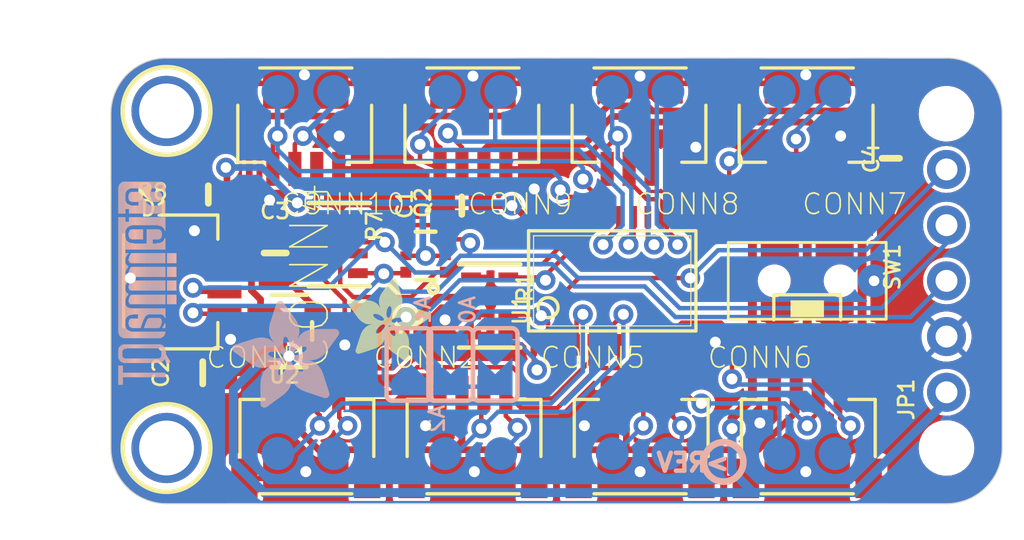
<source format=kicad_pcb>
(kicad_pcb (version 20211014) (generator pcbnew)
  (layers (0 "F.Cu" signal) (31 "B.Cu" signal) (34 "B.Paste" user) (35 "F.Paste" user) (36 "B.SilkS" user "B.Silkscreen") (37 "F.SilkS" user "F.Silkscreen") (38 "B.Mask" user) (39 "F.Mask" user) (44 "Edge.Cuts" user))
  (net 0 "")
  (net 1 "SDA_IO")
  (net 2 "SCL_IO")
  (net 3 "VCC")
  (net 4 "RESET")
  (net 5 "A2")
  (net 6 "A1")
  (net 7 "A0")
  (net 8 "GND")
  (net 9 "0SDA")
  (net 10 "0SCL")
  (net 11 "1SDA")
  (net 12 "1SCL")
  (net 13 "2SDA")
  (net 14 "2SCL")
  (net 15 "3SDA")
  (net 16 "3SCL")
  (net 17 "4SDA")
  (net 18 "4SCL")
  (net 19 "5SDA")
  (net 20 "5SCL")
  (net 21 "6SDA")
  (net 22 "6SCL")
  (net 23 "7SDA")
  (net 24 "7SCL")
  (net 25 "SDA")
  (net 26 "SCL")
  (net 27 "3.3V")
  (net 28 "N$1")
  (net 29 "VCCIO")
  (footprint "eagleBoard:PLABEL17" (layer "F.Cu") (at 161.2011 107.9246 90)
    (fp_text reference "PLABEL17" hide)
    (fp_text value "" hide)
  )
  (footprint "eagleBoard:FIDUCIAL_1MM" (layer "F.Cu") (at 129.4511 109.5756)
    (fp_text reference "FID2" hide)
    (fp_text value "FIDUCIAL_1MM" hide)
  )
  (footprint "eagleBoard:JST_SH4" (layer "F.Cu") (at 152.3111 112.1156)
    (fp_text reference "CONN5")
    (fp_text value "STEMMA_I2C_QT" hide)
  )
  (footprint "eagleBoard:TSSOP24" (layer "F.Cu") (at 151.0411 105.0036)
    (fp_text reference "U1")
    (fp_text value "xCA9548APWR")
  )
  (footprint "eagleBoard:JST_SH4" (layer "F.Cu") (at 144.6911 112.1156)
    (fp_text reference "CONN2")
    (fp_text value "STEMMA_I2C_QT" hide)
  )
  (footprint "eagleBoard:JST_SH4" (layer "F.Cu") (at 137.0711 112.1156)
    (fp_text reference "CONN1")
    (fp_text value "STEMMA_I2C_QT" hide)
  )
  (footprint "eagleBoard:RESPACK_4X0603" (layer "F.Cu") (at 145.4531 106.1466 -90)
    (fp_text reference "R1")
    (fp_text value "10K Pack")
  )
  (footprint "eagleBoard:PLABEL18" (layer "F.Cu") (at 155.4861 105.0036 90)
    (fp_text reference "PLABEL18" hide)
    (fp_text value "" hide)
  )
  (footprint "eagleBoard:PLABEL3" (layer "F.Cu") (at 167.9321 102.4636 90)
    (fp_text reference "PLABEL3" hide)
    (fp_text value "" hide)
  )
  (footprint "eagleBoard:PLABEL1" (layer "F.Cu") (at 168.0591 107.5436 90)
    (fp_text reference "PLABEL1" hide)
    (fp_text value "" hide)
  )
  (footprint "eagleBoard:PLABEL4" (layer "F.Cu") (at 167.9321 99.4156 90)
    (fp_text reference "PLABEL4" hide)
    (fp_text value "" hide)
  )
  (footprint "eagleBoard:0603-NO" (layer "F.Cu") (at 163.7411 99.4156 90)
    (fp_text reference "C4")
    (fp_text value "0.1uF")
  )
  (footprint "eagleBoard:CHIPLED_0603_NOOUTLINE" (layer "F.Cu") (at 129.7051 100.9396 90)
    (fp_text reference "D1")
    (fp_text value "GREEN")
  )
  (footprint "eagleBoard:FIDUCIAL_1MM" (layer "F.Cu") (at 164.3761 114.0206)
    (fp_text reference "FID4" hide)
    (fp_text value "FIDUCIAL_1MM" hide)
  )
  (footprint "eagleBoard:JST_SH4" (layer "F.Cu") (at 144.6911 97.8916 180)
    (fp_text reference "CONN9")
    (fp_text value "STEMMA_I2C_QT" hide)
  )
  (footprint "eagleBoard:0805-NO" (layer "F.Cu") (at 132.3721 109.1946 180)
    (fp_text reference "C2")
    (fp_text value "10uF")
  )
  (footprint "eagleBoard:MOUNTINGHOLE_2.5_PLATED" (layer "F.Cu") (at 130.7211 112.6236)
    (fp_text reference "U$22" hide)
    (fp_text value "MOUNTINGHOLE2.5" hide)
  )
  (footprint "eagleBoard:ADAFRUIT_3.5MM" (layer "F.Cu") (at 138.9761 108.6866)
    (fp_text reference "U$28" hide)
    (fp_text value "" hide)
  )
  (footprint "eagleBoard:SOT363" (layer "F.Cu") (at 142.5321 103.8606 90)
    (fp_text reference "Q2")
    (fp_text value "BSS138")
  )
  (footprint "eagleBoard:PLABEL10" (layer "F.Cu") (at 154.9781 100.4316)
    (fp_text reference "PLABEL10" hide)
    (fp_text value "" hide)
  )
  (footprint "eagleBoard:PLABEL2" (layer "F.Cu") (at 167.9321 105.2576 90)
    (fp_text reference "PLABEL2" hide)
    (fp_text value "" hide)
  )
  (footprint "eagleBoard:JST_SH4" (layer "F.Cu") (at 159.9311 97.8916 180)
    (fp_text reference "CONN7")
    (fp_text value "STEMMA_I2C_QT" hide)
  )
  (footprint "eagleBoard:RESPACK_4X0603" (layer "F.Cu") (at 138.5951 103.3526 -90)
    (fp_text reference "R7")
    (fp_text value "10K Pack")
  )
  (footprint "eagleBoard:PLABEL7" (layer "F.Cu") (at 161.2011 102.0826 90)
    (fp_text reference "PLABEL7" hide)
    (fp_text value "" hide)
  )
  (footprint "eagleBoard:0603-NO" (layer "F.Cu") (at 144.1831 101.5746 180)
    (fp_text reference "C1")
    (fp_text value "1uF")
  )
  (footprint "eagleBoard:PLABEL19" (layer "F.Cu") (at 164.3761 105.0036 90)
    (fp_text reference "PLABEL19" hide)
    (fp_text value "" hide)
  )
  (footprint "eagleBoard:PLABEL11" (layer "F.Cu") (at 157.2641 100.4316)
    (fp_text reference "PLABEL11" hide)
    (fp_text value "" hide)
  )
  (footprint "eagleBoard:MOUNTINGHOLE_2.5_PLATED" (layer "F.Cu") (at 130.7211 97.2566)
    (fp_text reference "U$19" hide)
    (fp_text value "MOUNTINGHOLE2.5" hide)
  )
  (footprint "eagleBoard:JST_SH4" (layer "F.Cu") (at 159.9311 112.1156)
    (fp_text reference "CONN6")
    (fp_text value "STEMMA_I2C_QT" hide)
  )
  (footprint "eagleBoard:PLABEL16" (layer "F.Cu") (at 158.6611 107.8611 90)
    (fp_text reference "PLABEL16" hide)
    (fp_text value "" hide)
  )
  (footprint "" (layer "F.Cu") (at 166.2811 112.6236)
    (fp_text reference "@HOLE1" hide)
    (fp_text value "")
  )
  (footprint "eagleBoard:1X05_ROUND_70" (layer "F.Cu") (at 166.2811 105.0036 90)
    (fp_text reference "JP1")
    (fp_text value "")
  )
  (footprint "eagleBoard:0805-NO" (layer "F.Cu") (at 135.6741 103.7336 90)
    (fp_text reference "C3")
    (fp_text value "10uF")
  )
  (footprint "eagleBoard:PLABEL14" (layer "F.Cu") (at 155.1051 109.5756)
    (fp_text reference "PLABEL14" hide)
    (fp_text value "" hide)
  )
  (footprint "eagleBoard:PLABEL5" (layer "F.Cu") (at 128.3716 100.1776)
    (fp_text reference "PLABEL5" hide)
    (fp_text value "" hide)
  )
  (footprint "eagleBoard:SOT23-5" (layer "F.Cu") (at 136.3091 107.2896 -90)
    (fp_text reference "U2")
    (fp_text value "AP2112K-3.3")
  )
  (footprint "eagleBoard:PLABEL9" (layer "F.Cu") (at 142.2781 100.4316)
    (fp_text reference "PLABEL9" hide)
    (fp_text value "" hide)
  )
  (footprint "eagleBoard:EG1390" (layer "F.Cu") (at 159.9311 105.0036 180)
    (fp_text reference "SW1")
    (fp_text value "AYZ0202AGRLC")
  )
  (footprint "eagleBoard:PLABEL6" (layer "F.Cu") (at 158.6611 102.0826 90)
    (fp_text reference "PLABEL6" hide)
    (fp_text value "" hide)
  )
  (footprint "eagleBoard:PLABEL0" (layer "F.Cu") (at 167.9321 110.0836 90)
    (fp_text reference "PLABEL0" hide)
    (fp_text value "" hide)
  )
  (footprint "" (layer "F.Cu") (at 166.2811 97.3836)
    (fp_text reference "@HOLE0" hide)
    (fp_text value "")
  )
  (footprint "eagleBoard:JST_SH4" (layer "F.Cu") (at 152.3111 97.8916 180)
    (fp_text reference "CONN8")
    (fp_text value "STEMMA_I2C_QT" hide)
  )
  (footprint "eagleBoard:JST_SH4" (layer "F.Cu") (at 131.3561 105.0036 -90)
    (fp_text reference "CONN4")
    (fp_text value "STEMMA_I2C_QT" hide)
  )
  (footprint "eagleBoard:0603-NO" (layer "F.Cu") (at 132.6261 101.0666 180)
    (fp_text reference "R8")
    (fp_text value "10K")
  )
  (footprint "eagleBoard:PLABEL8" (layer "F.Cu") (at 139.7381 100.4316)
    (fp_text reference "PLABEL8" hide)
    (fp_text value "" hide)
  )
  (footprint "eagleBoard:PLABEL13" (layer "F.Cu") (at 142.4051 109.4486)
    (fp_text reference "PLABEL13" hide)
    (fp_text value "" hide)
  )
  (footprint "eagleBoard:PLABEL15" (layer "F.Cu") (at 157.5181 109.5756)
    (fp_text reference "PLABEL15" hide)
    (fp_text value "" hide)
  )
  (footprint "eagleBoard:JST_SH4" (layer "F.Cu") (at 137.0711 97.8916 180)
    (fp_text reference "CONN10")
    (fp_text value "STEMMA_I2C_QT" hide)
  )
  (footprint "eagleBoard:PLABEL12" (layer "F.Cu") (at 139.7381 109.4486)
    (fp_text reference "PLABEL12" hide)
    (fp_text value "" hide)
  )
  (footprint "eagleBoard:TESTPOINT_ROUND_1.5MM_NO" (layer "B.Cu") (at 161.2011 96.3676 180)
    (fp_text reference "TP7" hide)
    (fp_text value "" hide)
  )
  (footprint "eagleBoard:TESTPOINT_ROUND_1.5MM_NO" (layer "B.Cu") (at 145.9611 96.3676 180)
    (fp_text reference "TP4" hide)
    (fp_text value "" hide)
  )
  (footprint "eagleBoard:TESTPOINT_ROUND_1.5MM_NO" (layer "B.Cu") (at 151.0411 96.3676 180)
    (fp_text reference "TP5" hide)
    (fp_text value "" hide)
  )
  (footprint "eagleBoard:TESTPOINT_ROUND_1.5MM_NO" (layer "B.Cu") (at 151.0411 112.8776 90)
    (fp_text reference "TP12" hide)
    (fp_text value "" hide)
  )
  (footprint "eagleBoard:SOLDERJUMPER_ARROW_NOPASTE" (layer "B.Cu") (at 141.7701 108.8136 90)
    (fp_text reference "A2")
    (fp_text value "")
  )
  (footprint "eagleBoard:TESTPOINT_ROUND_1.5MM_NO" (layer "B.Cu") (at 138.3411 112.8776 90)
    (fp_text reference "TP15" hide)
    (fp_text value "" hide)
  )
  (footprint "eagleBoard:SOLDERJUMPER_ARROW_NOPASTE" (layer "B.Cu") (at 143.6751 108.8136 -90)
    (fp_text reference "A1")
    (fp_text value "")
  )
  (footprint "eagleBoard:PLABEL24" (layer "B.Cu") (at 148.4376 100.8126 180)
    (fp_text reference "PLABEL24" hide)
    (fp_text value "" hide)
  )
  (footprint "eagleBoard:TESTPOINT_ROUND_1.5MM_NO" (layer "B.Cu") (at 153.5811 112.8776 90)
    (fp_text reference "TP11" hide)
    (fp_text value "" hide)
  )
  (footprint "eagleBoard:TESTPOINT_ROUND_1.5MM_NO" (layer "B.Cu") (at 138.3411 96.3676 180)
    (fp_text reference "TP2" hide)
    (fp_text value "" hide)
  )
  (footprint "eagleBoard:TESTPOINT_ROUND_1.5MM_NO" (layer "B.Cu") (at 143.4211 112.8776 90)
    (fp_text reference "TP14" hide)
    (fp_text value "" hide)
  )
  (footprint "eagleBoard:TESTPOINT_ROUND_1.5MM_NO" (layer "B.Cu") (at 135.8011 96.3676 180)
    (fp_text reference "TP1" hide)
    (fp_text value "" hide)
  )
  (footprint "eagleBoard:PLABEL21" (layer "B.Cu") (at 144.5006 106.9721 180)
    (fp_text reference "PLABEL21" hide)
    (fp_text value "" hide)
  )
  (footprint "eagleBoard:TESTPOINT_ROUND_1.5MM_NO" (layer "B.Cu") (at 162.9791 105.0036 180)
    (fp_text reference "TP17" hide)
    (fp_text value "" hide)
  )
  (footprint "eagleBoard:ADAFRUIT_5MM" (layer "B.Cu") (at 138.5951 110.7821 180)
    (fp_text reference "U$5" hide)
    (fp_text value "" hide)
  )
  (footprint "eagleBoard:PLABEL20" (layer "B.Cu") (at 146.6596 106.9721 180)
    (fp_text reference "PLABEL20" hide)
    (fp_text value "" hide)
  )
  (footprint "eagleBoard:TESTPOINT_ROUND_1.5MM_NO" (layer "B.Cu") (at 145.9611 112.8776 90)
    (fp_text reference "TP13" hide)
    (fp_text value "" hide)
  )
  (footprint "eagleBoard:TESTPOINT_ROUND_1.5MM_NO" (layer "B.Cu") (at 158.6611 112.8776 90)
    (fp_text reference "TP10" hide)
    (fp_text value "" hide)
  )
  (footprint "eagleBoard:TESTPOINT_ROUND_1.5MM_NO" (layer "B.Cu") (at 135.8011 112.8776 90)
    (fp_text reference "TP16" hide)
    (fp_text value "" hide)
  )
  (footprint "eagleBoard:PLABEL22" (layer "B.Cu") (at 142.6591 106.9721 180)
    (fp_text reference "PLABEL22" hide)
    (fp_text value "" hide)
  )
  (footprint "eagleBoard:PCBFEAT-REV-040" (layer "B.Cu") (at 156.1211 113.2586 180)
    (fp_text reference "U$29" hide)
    (fp_text value "" hide)
  )
  (footprint "eagleBoard:TESTPOINT_ROUND_1.5MM_NO" (layer "B.Cu") (at 161.2011 112.8776 90)
    (fp_text reference "TP9" hide)
    (fp_text value "" hide)
  )
  (footprint "eagleBoard:TESTPOINT_ROUND_1.5MM_NO" (layer "B.Cu") (at 153.5811 96.3676 180)
    (fp_text reference "TP6" hide)
    (fp_text value "" hide)
  )
  (footprint "eagleBoard:STEMMAQT" (layer "B.Cu") (at 131.1656 100.4951 -90)
    (fp_text reference "U$31" hide)
    (fp_text value "" hide)
  )
  (footprint "eagleBoard:TESTPOINT_ROUND_1.5MM_NO" (layer "B.Cu") (at 143.4211 96.3676 180)
    (fp_text reference "TP3" hide)
    (fp_text value "" hide)
  )
  (footprint "eagleBoard:TESTPOINT_ROUND_1.5MM_NO" (layer "B.Cu") (at 158.6611 96.3676 180)
    (fp_text reference "TP8" hide)
    (fp_text value "" hide)
  )
  (footprint "eagleBoard:PLABEL23" (layer "B.Cu") (at 156.1211 109.0676 180)
    (fp_text reference "PLABEL23" hide)
    (fp_text value "" hide)
  )
  (footprint "eagleBoard:SOLDERJUMPER_ARROW_NOPASTE" (layer "B.Cu") (at 145.7071 108.8136 -90)
    (fp_text reference "A0")
    (fp_text value "")
  )
  (gr_arc (start 130.7211 115.1636) (mid 128.925049 114.419651) (end 128.1811 112.6236) (layer "Edge.Cuts") (width 0.05))
  (gr_line (start 130.7211 115.1636) (end 166.2811 115.1636) (layer "Edge.Cuts") (width 0.05))
  (gr_line (start 168.8211 112.6236) (end 168.8211 97.3836) (layer "Edge.Cuts") (width 0.05))
  (gr_line (start 166.2811 94.8436) (end 130.7211 94.8436) (layer "Edge.Cuts") (width 0.05))
  (gr_line (start 128.1811 97.3836) (end 128.1811 112.6236) (layer "Edge.Cuts") (width 0.05))
  (gr_arc (start 166.2811 94.8436) (mid 168.077151 95.587549) (end 168.8211 97.3836) (layer "Edge.Cuts") (width 0.05))
  (gr_arc (start 128.1811 97.3836) (mid 128.925049 95.587549) (end 130.7211 94.8436) (layer "Edge.Cuts") (width 0.05))
  (gr_arc (start 168.8211 112.6236) (mid 168.077151 114.419651) (end 166.2811 115.1636) (layer "Edge.Cuts") (width 0.05))
  (segment (start 141.5166 102.4641) (end 141.5171 102.4636) (width 0.2032) (layer "F.Cu") (net 1))
  (segment (start 141.5171 102.4636) (end 146.618706 102.4636) (width 0.2032) (layer "F.Cu") (net 1))
  (segment (start 141.6321 103.1106) (end 141.8976 102.8451) (width 0.2032) (layer "F.Cu") (net 1))
  (segment (start 141.1051 102.0526) (end 141.5166 102.4641) (width 0.2032) (layer "F.Cu") (net 1))
  (segment (start 148.1161 102.948994) (end 148.1161 102.0858) (width 0.2032) (layer "F.Cu") (net 1))
  (segment (start 146.618706 102.4636) (end 147.1041 102.948994) (width 0.2032) (layer "F.Cu") (net 1))
  (segment (start 141.5166 102.4641) (end 141.8976 102.8451) (width 0.2032) (layer "F.Cu") (net 1))
  (segment (start 139.4451 102.0526) (end 141.1051 102.0526) (width 0.2032) (layer "F.Cu") (net 1))
  (segment (start 147.1041 102.948994) (end 148.1161 102.948994) (width 0.2032) (layer "F.Cu") (net 1))
  (segment (start 144.003993 104.2416) (end 147.8661 104.2416) (width 0.2032) (layer "F.Cu") (net 2))
  (segment (start 138.6395 104.026307) (end 138.6395 105.151894) (width 0.2032) (layer "F.Cu") (net 2))
  (segment (start 143.4321 104.6106) (end 143.634993 104.6106) (width 0.2032) (layer "F.Cu") (net 2))
  (segment (start 144.003993 104.2416) (end 143.634993 104.6106) (width 0.2032) (layer "F.Cu") (net 2))
  (segment (start 143.015993 104.6106) (end 141.885393 105.7412) (width 0.2032) (layer "F.Cu") (net 2))
  (segment (start 139.228806 105.7412) (end 141.885393 105.7412) (width 0.2032) (layer "F.Cu") (net 2))
  (segment (start 138.6395 105.151894) (end 139.228806 105.7412) (width 0.2032) (layer "F.Cu") (net 2))
  (segment (start 147.8661 104.2416) (end 148.7661 103.3416) (width 0.2032) (layer "F.Cu") (net 2))
  (segment (start 138.913206 103.7526) (end 138.6395 104.026307) (width 0.2032) (layer "F.Cu") (net 2))
  (segment (start 148.7661 103.3416) (end 148.7661 102.0858) (width 0.2032) (layer "F.Cu") (net 2))
  (segment (start 143.4321 104.6106) (end 143.015993 104.6106) (width 0.2032) (layer "F.Cu") (net 2))
  (segment (start 139.4451 103.7526) (end 138.913206 103.7526) (width 0.2032) (layer "F.Cu") (net 2))
  (segment (start 136.0551 107.9246) (end 136.0551 106.9086) (width 0.3048) (layer "F.Cu") (net 3))
  (segment (start 135.9281 108.0516) (end 136.0551 107.9246) (width 0.3048) (layer "F.Cu") (net 3))
  (segment (start 135.7401 108.2396) (end 135.9281 108.0516) (width 0.3048) (layer "F.Cu") (net 3))
  (segment (start 156.5021 111.2726) (end 156.5021 111.7346) (width 0.4064) (layer "F.Cu") (net 3))
  (segment (start 136.0551 106.6546) (end 135.7401 106.3396) (width 0.3048) (layer "F.Cu") (net 3))
  (segment (start 137.7451 104.796313) (end 138.845243 105.896457) (width 0.2032) (layer "F.Cu") (net 3))
  (segment (start 138.845243 106.531457) (end 138.4681 106.9086) (width 0.2032) (layer "F.Cu") (net 3))
  (segment (start 134.5939 105.440375) (end 135.009 105.855475) (width 0.3048) (layer "F.Cu") (net 3))
  (segment (start 137.7451 104.6526) (end 136.8171 104.6526) (width 0.2032) (layer "F.Cu") (net 3))
  (segment (start 134.0939 104.5036) (end 134.5939 105.0036) (width 0.3048) (layer "F.Cu") (net 3))
  (segment (start 135.009 108.2396) (end 134.054 109.1946) (width 0.3048) (layer "F.Cu") (net 3))
  (segment (start 136.8171 103.3526) (end 137.2171 102.9526) (width 0.2032) (layer "F.Cu") (net 3))
  (segment (start 137.2171 102.9526) (end 137.7451 102.9526) (width 0.2032) (layer "F.Cu") (net 3))
  (segment (start 157.4311 107.8036) (end 157.4311 110.3436) (width 0.4064) (layer "F.Cu") (net 3))
  (segment (start 135.7401 106.3396) (end 135.009 106.3396) (width 0.3048) (layer "F.Cu") (net 3))
  (segment (start 157.4311 102.2036) (end 157.4311 107.8036) (width 0.4064) (layer "F.Cu") (net 3))
  (segment (start 157.4311 110.3436) (end 156.5021 111.2726) (width 0.4064) (layer "F.Cu") (net 3))
  (segment (start 135.009 108.2396) (end 135.7401 108.2396) (width 0.3048) (layer "F.Cu") (net 3))
  (segment (start 137.7451 104.6526) (end 137.7451 104.796313) (width 0.2032) (layer "F.Cu") (net 3))
  (segment (start 136.8171 104.6526) (end 136.8171 103.3526) (width 0.2032) (layer "F.Cu") (net 3))
  (segment (start 134.5939 105.0036) (end 134.5939 105.440375) (width 0.3048) (layer "F.Cu") (net 3))
  (segment (start 135.009 105.855475) (end 135.009 106.3396) (width 0.3048) (layer "F.Cu") (net 3))
  (segment (start 138.4681 106.9086) (end 136.0551 106.9086) (width 0.2032) (layer "F.Cu") (net 3))
  (segment (start 133.3621 104.5036) (end 134.0939 104.5036) (width 0.3048) (layer "F.Cu") (net 3))
  (segment (start 136.3091 108.4326) (end 135.9281 108.0516) (width 0.4064) (layer "F.Cu") (net 3))
  (segment (start 134.054 109.1946) (end 133.3221 109.1946) (width 0.3048) (layer "F.Cu") (net 3))
  (segment (start 138.845243 105.896457) (end 138.845243 106.531457) (width 0.2032) (layer "F.Cu") (net 3))
  (segment (start 136.0551 106.9086) (end 136.0551 106.6546) (width 0.3048) (layer "F.Cu") (net 3))
  (via (at 136.3091 108.4326) (size 0.9064) (drill 0.5) (layers "F.Cu" "B.Cu") (net 3))
  (via (at 156.5021 111.7346) (size 0.9064) (drill 0.5) (layers "F.Cu" "B.Cu") (net 3))
  (segment (start 162.0901 114.6556) (end 157.472743 114.6556) (width 0.4064) (layer "B.Cu") (net 3))
  (segment (start 135.2931 108.4326) (end 133.7691 109.9566) (width 0.4064) (layer "B.Cu") (net 3))
  (segment (start 166.2811 110.4646) (end 162.0901 114.6556) (width 0.4064) (layer "B.Cu") (net 3))
  (segment (start 135.1661 114.6556) (end 157.472743 114.6556) (width 0.4064) (layer "B.Cu") (net 3))
  (segment (start 133.7691 109.9566) (end 133.7691 113.2586) (width 0.4064) (layer "B.Cu") (net 3))
  (segment (start 135.1661 114.6556) (end 133.7691 113.2586) (width 0.4064) (layer "B.Cu") (net 3))
  (segment (start 166.2811 110.0836) (end 166.2811 110.4646) (width 0.4064) (layer "B.Cu") (net 3))
  (segment (start 156.5021 113.684957) (end 157.472743 114.6556) (width 0.4064) (layer "B.Cu") (net 3))
  (segment (start 135.2931 108.4326) (end 136.3091 108.4326) (width 0.4064) (layer "B.Cu") (net 3))
  (segment (start 156.5021 111.7346) (end 156.5021 113.684957) (width 0.4064) (layer "B.Cu") (net 3))
  (segment (start 148.1011 105.7466) (end 148.3741 106.0196) (width 0.2032) (layer "F.Cu") (net 4))
  (segment (start 148.3741 106.0196) (end 148.7661 106.4116) (width 0.2032) (layer "F.Cu") (net 4))
  (segment (start 148.3741 106.0196) (end 149.5171 104.8766) (width 0.2032) (layer "F.Cu") (net 4))
  (segment (start 148.7661 106.4116) (end 148.7661 107.9214) (width 0.2032) (layer "F.Cu") (net 4))
  (segment (start 149.5171 104.8766) (end 154.5971 104.8766) (width 0.2032) (layer "F.Cu") (net 4))
  (segment (start 146.3031 105.7466) (end 148.1011 105.7466) (width 0.2032) (layer "F.Cu") (net 4))
  (via (at 154.5971 104.8766) (size 0.9064) (drill 0.5) (layers "F.Cu" "B.Cu") (net 4))
  (segment (start 154.5971 104.8766) (end 155.8671 103.6066) (width 0.2032) (layer "B.Cu") (net 4))
  (segment (start 155.8671 103.6066) (end 162.5981 103.6066) (width 0.2032) (layer "B.Cu") (net 4))
  (segment (start 162.5981 103.6066) (end 166.2811 99.9236) (width 0.2032) (layer "B.Cu") (net 4))
  (segment (start 147.87129 104.8466) (end 147.99889 104.9742) (width 0.2032) (layer "F.Cu") (net 5))
  (segment (start 147.87129 104.8466) (end 147.907681 104.8466) (width 0.2032) (layer "F.Cu") (net 5))
  (segment (start 147.907681 104.8466) (end 149.4161 103.338182) (width 0.2032) (layer "F.Cu") (net 5))
  (segment (start 146.3031 104.8466) (end 147.87129 104.8466) (width 0.2032) (layer "F.Cu") (net 5))
  (segment (start 149.4161 103.338182) (end 149.4161 102.0858) (width 0.2032) (layer "F.Cu") (net 5))
  (via (at 147.99889 104.9742) (size 0.9064) (drill 0.5) (layers "F.Cu" "B.Cu") (net 5))
  (segment (start 147.99889 104.9742) (end 144.0855 104.9742) (width 0.2032) (layer "B.Cu") (net 5))
  (segment (start 142.5321 107.0356) (end 141.7701 107.7976) (width 0.2032) (layer "B.Cu") (net 5))
  (segment (start 142.5321 106.5276) (end 142.5321 107.0356) (width 0.2032) (layer "B.Cu") (net 5))
  (segment (start 144.0855 104.9742) (end 142.5321 106.5276) (width 0.2032) (layer "B.Cu") (net 5))
  (segment (start 148.1161 106.9046) (end 147.8026 106.5911) (width 0.2032) (layer "F.Cu") (net 6))
  (segment (start 147.7581 106.5466) (end 147.8026 106.5911) (width 0.2032) (layer "F.Cu") (net 6))
  (segment (start 146.3031 106.5466) (end 147.7581 106.5466) (width 0.2032) (layer "F.Cu") (net 6))
  (segment (start 148.1161 107.9214) (end 148.1161 106.9046) (width 0.2032) (layer "F.Cu") (net 6))
  (via (at 147.8026 106.5911) (size 0.9064) (drill 0.5) (layers "F.Cu" "B.Cu") (net 6))
  (segment (start 147.8026 106.5911) (end 147.6121 106.4006) (width 0.2032) (layer "B.Cu") (net 6))
  (segment (start 147.6121 106.4006) (end 145.0721 106.4006) (width 0.2032) (layer "B.Cu") (net 6))
  (segment (start 145.0721 106.4006) (end 143.6751 107.7976) (width 0.2032) (layer "B.Cu") (net 6))
  (segment (start 147.4661 108.9216) (end 147.6121 109.0676) (width 0.2032) (layer "F.Cu") (net 7))
  (segment (start 146.9913 107.4466) (end 147.4661 107.9214) (width 0.2032) (layer "F.Cu") (net 7))
  (segment (start 147.4661 107.9214) (end 147.4661 108.9216) (width 0.2032) (layer "F.Cu") (net 7))
  (segment (start 146.3031 107.4466) (end 146.9913 107.4466) (width 0.2032) (layer "F.Cu") (net 7))
  (via (at 147.6121 109.0676) (size 0.9064) (drill 0.5) (layers "F.Cu" "B.Cu") (net 7))
  (segment (start 147.6121 109.0676) (end 147.6121 108.6866) (width 0.2032) (layer "B.Cu") (net 7))
  (segment (start 146.7231 107.7976) (end 145.7071 107.7976) (width 0.2032) (layer "B.Cu") (net 7))
  (segment (start 147.6121 108.6866) (end 146.7231 107.7976) (width 0.2032) (layer "B.Cu") (net 7))
  (segment (start 135.6741 101.5746) (end 135.4201 101.3206) (width 0.4064) (layer "F.Cu") (net 8))
  (segment (start 128.9551 101.9436) (end 128.9431 101.9556) (width 0.3048) (layer "F.Cu") (net 8))
  (segment (start 128.9431 101.9556) (end 129.4621 102.4746) (width 0.3048) (layer "F.Cu") (net 8))
  (segment (start 135.6741 101.5746) (end 135.6741 102.7836) (width 0.4064) (layer "F.Cu") (net 8))
  (segment (start 129.4621 102.4746) (end 129.4621 102.2036) (width 0.3048) (layer "F.Cu") (net 8))
  (segment (start 128.9551 100.9396) (end 128.9551 101.9436) (width 0.3048) (layer "F.Cu") (net 8))
  (via (at 147.4851 100.8126) (size 0.9064) (drill 0.5) (layers "F.Cu" "B.Cu") (net 8))
  (via (at 138.5951 98.3996) (size 0.9064) (drill 0.5) (layers "F.Cu" "B.Cu") (net 8))
  (via (at 155.7401 107.7976) (size 0.9064) (drill 0.5) (layers "F.Cu" "B.Cu") (net 8))
  (via (at 144.6911 95.6691) (size 0.9064) (drill 0.5) (layers "F.Cu" "B.Cu") (net 8))
  (via (at 137.0711 113.7031) (size 0.9064) (drill 0.5) (layers "F.Cu" "B.Cu") (net 8))
  (via (at 161.4551 98.3996) (size 0.9064) (drill 0.5) (layers "F.Cu" "B.Cu") (net 8))
  (via (at 154.8511 98.9076) (size 0.9064) (drill 0.5) (layers "F.Cu" "B.Cu") (net 8))
  (via (at 142.5321 111.6076) (size 0.9064) (drill 0.5) (layers "F.Cu" "B.Cu") (net 8))
  (via (at 159.8676 113.7031) (size 0.9064) (drill 0.5) (layers "F.Cu" "B.Cu") (net 8))
  (via (at 131.9911 102.7176) (size 0.9064) (drill 0.5) (layers "F.Cu" "B.Cu") (net 8))
  (via (at 129.0701 104.8766) (size 0.9064) (drill 0.5) (layers "F.Cu" "B.Cu") (net 8))
  (via (at 152.3111 95.6691) (size 0.9064) (drill 0.5) (layers "F.Cu" "B.Cu") (net 8))
  (via (at 157.7721 111.4806) (size 0.9064) (drill 0.5) (layers "F.Cu" "B.Cu") (net 8))
  (via (at 152.3111 113.7031) (size 0.9064) (drill 0.5) (layers "F.Cu" "B.Cu") (net 8))
  (via (at 133.6421 107.6706) (size 0.9064) (drill 0.5) (layers "F.Cu" "B.Cu") (net 8))
  (via (at 143.4211 106.7816) (size 0.9064) (drill 0.5) (layers "F.Cu" "B.Cu") (net 8))
  (via (at 138.8491 107.9246) (size 0.9064) (drill 0.5) (layers "F.Cu" "B.Cu") (net 8))
  (via (at 135.4201 101.3206) (size 0.9064) (drill 0.5) (layers "F.Cu" "B.Cu") (net 8))
  (via (at 149.7711 111.6076) (size 0.9064) (drill 0.5) (layers "F.Cu" "B.Cu") (net 8))
  (via (at 137.0076 95.6056) (size 0.9064) (drill 0.5) (layers "F.Cu" "B.Cu") (net 8))
  (via (at 144.7546 113.7031) (size 0.9064) (drill 0.5) (layers "F.Cu" "B.Cu") (net 8))
  (via (at 159.8676 95.6056) (size 0.9064) (drill 0.5) (layers "F.Cu" "B.Cu") (net 8))
  (segment (start 149.4161 107.9214) (end 149.4161 106.8134) (width 0.2032) (layer "F.Cu") (net 9))
  (segment (start 137.7061 111.6076) (end 137.7061 111.1336) (width 0.2032) (layer "F.Cu") (net 9))
  (segment (start 149.4161 106.8134) (end 149.7019 106.5276) (width 0.2032) (layer "F.Cu") (net 9))
  (segment (start 137.5711 110.1096) (end 137.5711 110.9986) (width 0.2032) (layer "F.Cu") (net 9))
  (segment (start 137.7061 111.1336) (end 137.5711 110.9986) (width 0.2032) (layer "F.Cu") (net 9))
  (via (at 137.7061 111.6076) (size 0.9064) (drill 0.5) (layers "F.Cu" "B.Cu") (net 9))
  (via (at 149.7019 106.5276) (size 0.9064) (drill 0.5) (layers "F.Cu" "B.Cu") (net 9))
  (segment (start 149.7019 106.5276) (end 149.7019 109.1368) (width 0.2032) (layer "B.Cu") (net 9))
  (segment (start 136.4361 112.8776) (end 135.8011 112.8776) (width 0.2032) (layer "B.Cu") (net 9))
  (segment (start 137.7061 111.6076) (end 136.4361 112.8776) (width 0.2032) (layer "B.Cu") (net 9))
  (segment (start 148.2471 110.5916) (end 138.7221 110.5916) (width 0.2032) (layer "B.Cu") (net 9))
  (segment (start 138.7221 110.5916) (end 137.7061 111.6076) (width 0.2032) (layer "B.Cu") (net 9))
  (segment (start 149.7019 109.1368) (end 148.2471 110.5916) (width 0.2032) (layer "B.Cu") (net 9))
  (segment (start 138.9761 111.6076) (end 138.5951 111.2266) (width 0.2032) (layer "F.Cu") (net 10))
  (segment (start 142.1531 108.9406) (end 140.9841 110.1096) (width 0.2032) (layer "F.Cu") (net 10))
  (segment (start 147.3045 110.3636) (end 148.332625 110.3636) (width 0.2032) (layer "F.Cu") (net 10))
  (segment (start 146.7705 109.218869) (end 146.7705 109.8296) (width 0.2032) (layer "F.Cu") (net 10))
  (segment (start 146.7705 109.8296) (end 147.3045 110.3636) (width 0.2032) (layer "F.Cu") (net 10))
  (segment (start 142.1531 108.9406) (end 146.492231 108.9406) (width 0.2032) (layer "F.Cu") (net 10))
  (segment (start 150.0661 108.630125) (end 150.0661 107.9214) (width 0.2032) (layer "F.Cu") (net 10))
  (segment (start 148.332625 110.3636) (end 150.0661 108.630125) (width 0.2032) (layer "F.Cu") (net 10))
  (segment (start 138.5711 110.1096) (end 138.5951 110.1096) (width 0.2032) (layer "F.Cu") (net 10))
  (segment (start 138.5951 111.2266) (end 138.5951 110.1096) (width 0.2032) (layer "F.Cu") (net 10))
  (segment (start 138.5951 110.1096) (end 140.9841 110.1096) (width 0.2032) (layer "F.Cu") (net 10))
  (segment (start 146.492231 108.9406) (end 146.7705 109.218869) (width 0.2032) (layer "F.Cu") (net 10))
  (via (at 138.9761 111.6076) (size 0.889) (drill 0.4826) (layers "F.Cu" "B.Cu") (net 10))
  (segment (start 138.3411 112.2426) (end 138.9761 111.6076) (width 0.2032) (layer "B.Cu") (net 10))
  (segment (start 138.3411 112.8776) (end 138.3411 112.2426) (width 0.2032) (layer "B.Cu") (net 10))
  (segment (start 150.7161 107.3606) (end 151.5491 106.5276) (width 0.2032) (layer "F.Cu") (net 11))
  (segment (start 150.7161 107.9214) (end 150.7161 107.3606) (width 0.2032) (layer "F.Cu") (net 11))
  (segment (start 145.1911 110.1096) (end 145.0721 109.7206) (width 0.2032) (layer "F.Cu") (net 11))
  (segment (start 145.0721 109.7206) (end 145.0721 111.7346) (width 0.2032) (layer "F.Cu") (net 11))
  (via (at 151.5491 106.5276) (size 0.9064) (drill 0.5) (layers "F.Cu" "B.Cu") (net 11))
  (via (at 145.0721 111.7346) (size 0.9064) (drill 0.5) (layers "F.Cu" "B.Cu") (net 11))
  (segment (start 143.9291 112.8776) (end 143.4211 112.8776) (width 0.2032) (layer "B.Cu") (net 11))
  (segment (start 151.5491 106.5276) (end 151.5491 108.4326) (width 0.2032) (layer "B.Cu") (net 11))
  (segment (start 151.5491 108.4326) (end 149.0091 110.9726) (width 0.2032) (layer "B.Cu") (net 11))
  (segment (start 145.8341 110.9726) (end 145.0721 111.7346) (width 0.2032) (layer "B.Cu") (net 11))
  (segment (start 149.0091 110.9726) (end 145.8341 110.9726) (width 0.2032) (layer "B.Cu") (net 11))
  (segment (start 145.0721 111.7346) (end 143.9291 112.8776) (width 0.2032) (layer "B.Cu") (net 11))
  (segment (start 146.7231 111.6965) (end 146.1911 111.1645) (width 0.2032) (layer "F.Cu") (net 12))
  (segment (start 146.1911 111.1645) (end 146.1911 110.1096) (width 0.2032) (layer "F.Cu") (net 12))
  (segment (start 151.3661 108.979) (end 150.363806 108.979) (width 0.2032) (layer "F.Cu") (net 12))
  (segment (start 151.3661 107.9214) (end 151.3661 108.979) (width 0.2032) (layer "F.Cu") (net 12))
  (segment (start 148.536181 110.806625) (end 146.888125 110.806625) (width 0.2032) (layer "F.Cu") (net 12))
  (segment (start 150.363806 108.979) (end 148.536181 110.806625) (width 0.2032) (layer "F.Cu") (net 12))
  (segment (start 146.888125 110.806625) (end 146.1911 110.1096) (width 0.2032) (layer "F.Cu") (net 12))
  (via (at 146.7231 111.6965) (size 0.889) (drill 0.4826) (layers "F.Cu" "B.Cu") (net 12))
  (segment (start 146.7231 112.1156) (end 146.7231 111.6965) (width 0.2032) (layer "B.Cu") (net 12))
  (segment (start 145.9611 112.8776) (end 146.7231 112.1156) (width 0.2032) (layer "B.Cu") (net 12))
  (segment (start 152.4588 109.9539) (end 152.4588 111.6076) (width 0.2032) (layer "F.Cu") (net 13))
  (segment (start 152.0161 108.5186) (end 152.8111 109.3136) (width 0.2032) (layer "F.Cu") (net 13))
  (segment (start 152.8111 110.1096) (end 152.4588 109.9539) (width 0.2032) (layer "F.Cu") (net 13))
  (segment (start 152.0161 107.9214) (end 152.0161 108.5186) (width 0.2032) (layer "F.Cu") (net 13))
  (segment (start 152.8111 109.3136) (end 152.8111 110.1096) (width 0.2032) (layer "F.Cu") (net 13))
  (via (at 152.4588 111.6076) (size 0.889) (drill 0.4826) (layers "F.Cu" "B.Cu") (net 13))
  (segment (start 151.1888 112.8776) (end 151.0411 112.8776) (width 0.2032) (layer "B.Cu") (net 13))
  (segment (start 152.4588 111.6076) (end 151.1888 112.8776) (width 0.2032) (layer "B.Cu") (net 13))
  (segment (start 153.8111 111.2026) (end 154.2161 111.6076) (width 0.2032) (layer "F.Cu") (net 14))
  (segment (start 153.8111 110.1096) (end 153.8111 111.2026) (width 0.2032) (layer "F.Cu") (net 14))
  (segment (start 152.6661 108.386707) (end 153.8111 109.531707) (width 0.2032) (layer "F.Cu") (net 14))
  (segment (start 153.8111 109.531707) (end 153.8111 110.1096) (width 0.2032) (layer "F.Cu") (net 14))
  (segment (start 152.6661 107.9214) (end 152.6661 108.386707) (width 0.2032) (layer "F.Cu") (net 14))
  (via (at 154.2161 111.6076) (size 0.889) (drill 0.4826) (layers "F.Cu" "B.Cu") (net 14))
  (segment (start 154.2161 111.6076) (end 154.2161 112.2426) (width 0.2032) (layer "B.Cu") (net 14))
  (segment (start 154.2161 112.2426) (end 153.5811 112.8776) (width 0.2032) (layer "B.Cu") (net 14))
  (segment (start 153.981175 109.0552) (end 154.226831 109.0552) (width 0.2032) (layer "F.Cu") (net 15))
  (segment (start 153.3161 108.390125) (end 153.981175 109.0552) (width 0.2032) (layer "F.Cu") (net 15))
  (segment (start 154.8511 110.5916) (end 155.1051 110.5916) (width 0.2032) (layer "F.Cu") (net 15))
  (segment (start 160.4311 110.9986) (end 159.9311 111.4986) (width 0.2032) (layer "F.Cu") (net 15))
  (segment (start 154.226831 109.0552) (end 154.4701 109.298469) (width 0.2032) (layer "F.Cu") (net 15))
  (segment (start 154.8511 110.5916) (end 154.4701 110.2106) (width 0.2032) (layer "F.Cu") (net 15))
  (segment (start 154.4701 109.298469) (end 154.4701 110.2106) (width 0.2032) (layer "F.Cu") (net 15))
  (segment (start 160.4311 110.1096) (end 160.4311 110.9986) (width 0.2032) (layer "F.Cu") (net 15))
  (segment (start 159.9311 111.4986) (end 159.9311 111.6076) (width 0.2032) (layer "F.Cu") (net 15))
  (segment (start 153.3161 107.9214) (end 153.3161 108.390125) (width 0.2032) (layer "F.Cu") (net 15))
  (via (at 155.1051 110.5916) (size 0.9064) (drill 0.5) (layers "F.Cu" "B.Cu") (net 15))
  (via (at 159.9311 111.6076) (size 0.9064) (drill 0.5) (layers "F.Cu" "B.Cu") (net 15))
  (segment (start 158.5341 110.5916) (end 158.6611 110.7186) (width 0.2032) (layer "B.Cu") (net 15))
  (segment (start 158.9151 110.5916) (end 159.9311 111.6076) (width 0.2032) (layer "B.Cu") (net 15))
  (segment (start 158.9151 110.5916) (end 158.5341 110.5916) (width 0.2032) (layer "B.Cu") (net 15))
  (segment (start 158.5341 110.5916) (end 155.1051 110.5916) (width 0.2032) (layer "B.Cu") (net 15))
  (segment (start 158.6611 110.7186) (end 158.6611 112.8776) (width 0.2032) (layer "B.Cu") (net 15))
  (segment (start 155.9941 106.9086) (end 156.5021 107.4166) (width 0.2032) (layer "F.Cu") (net 16))
  (segment (start 161.4311 111.2526) (end 161.4311 110.1096) (width 0.2032) (layer "F.Cu") (net 16))
  (segment (start 154.2161 106.9086) (end 155.9941 106.9086) (width 0.2032) (layer "F.Cu") (net 16))
  (segment (start 161.9043 111.6076) (end 161.7861 111.6076) (width 0.2032) (layer "F.Cu") (net 16))
  (segment (start 153.9661 107.9214) (end 153.9661 107.1586) (width 0.2032) (layer "F.Cu") (net 16))
  (segment (start 161.7861 111.6076) (end 161.4311 111.2526) (width 0.2032) (layer "F.Cu") (net 16))
  (segment (start 156.5021 107.4166) (end 156.5021 109.478) (width 0.2032) (layer "F.Cu") (net 16))
  (segment (start 153.9661 107.1586) (end 154.2161 106.9086) (width 0.2032) (layer "F.Cu") (net 16))
  (via (at 161.9043 111.6076) (size 0.9064) (drill 0.5) (layers "F.Cu" "B.Cu") (net 16))
  (via (at 156.5021 109.478) (size 0.9064) (drill 0.5) (layers "F.Cu" "B.Cu") (net 16))
  (segment (start 161.9043 112.1744) (end 161.2011 112.8776) (width 0.2032) (layer "B.Cu") (net 16))
  (segment (start 160.0287 109.732) (end 156.7561 109.732) (width 0.2032) (layer "B.Cu") (net 16))
  (segment (start 161.9043 111.6076) (end 161.9043 112.1744) (width 0.2032) (layer "B.Cu") (net 16))
  (segment (start 160.0287 109.732) (end 161.9043 111.6076) (width 0.2032) (layer "B.Cu") (net 16))
  (segment (start 156.5021 109.478) (end 156.7561 109.732) (width 0.2032) (layer "B.Cu") (net 16))
  (segment (start 159.4311 100.5506) (end 159.4311 99.8976) (width 0.2032) (layer "F.Cu") (net 17))
  (segment (start 155.1273 101.0666) (end 158.9151 101.0666) (width 0.2032) (layer "F.Cu") (net 17))
  (segment (start 158.9151 101.0666) (end 159.4311 100.5506) (width 0.2032) (layer "F.Cu") (net 17))
  (segment (start 154.6161 102.0858) (end 154.6161 101.5778) (width 0.2032) (layer "F.Cu") (net 17))
  (segment (start 159.4311 99.8976) (end 159.4311 98.5473) (width 0.2032) (layer "F.Cu") (net 17))
  (segment (start 155.1273 101.0666) (end 154.6161 101.5778) (width 0.2032) (layer "F.Cu") (net 17))
  (segment (start 159.4311 98.5473) (end 159.4231 98.5393) (width 0.2032) (layer "F.Cu") (net 17))
  (via (at 159.4231 98.5393) (size 0.889) (drill 0.4826) (layers "F.Cu" "B.Cu") (net 17))
  (segment (start 159.4231 98.5393) (end 159.4231 98.1456) (width 0.2032) (layer "B.Cu") (net 17))
  (segment (start 159.4231 98.1456) (end 161.2011 96.3676) (width 0.2032) (layer "B.Cu") (net 17))
  (segment (start 154.941906 100.6094) (end 153.9661 101.585207) (width 0.2032) (layer "F.Cu") (net 18))
  (segment (start 156.3751 100.6094) (end 156.3751 99.5426) (width 0.2032) (layer "F.Cu") (net 18))
  (segment (start 153.9661 102.0858) (end 153.9661 101.585207) (width 0.2032) (layer "F.Cu") (net 18))
  (segment (start 158.015737 100.6094) (end 158.4311 99.8976) (width 0.2032) (layer "F.Cu") (net 18))
  (segment (start 156.3751 100.6094) (end 158.015737 100.6094) (width 0.2032) (layer "F.Cu") (net 18))
  (segment (start 154.941906 100.6094) (end 156.3751 100.6094) (width 0.2032) (layer "F.Cu") (net 18))
  (via (at 156.3751 99.5426) (size 0.889) (drill 0.4826) (layers "F.Cu" "B.Cu") (net 18))
  (segment (start 158.6611 97.2566) (end 158.6611 96.3676) (width 0.2032) (layer "B.Cu") (net 18))
  (segment (start 156.3751 99.5426) (end 158.6611 97.2566) (width 0.2032) (layer "B.Cu") (net 18))
  (segment (start 151.8111 100.475494) (end 151.8111 99.8976) (width 0.2032) (layer "F.Cu") (net 19))
  (segment (start 152.617806 101.2822) (end 151.8111 100.475494) (width 0.2032) (layer "F.Cu") (net 19))
  (segment (start 153.5343 102.696832) (end 154.0216 103.184132) (width 0.2032) (layer "F.Cu") (net 19))
  (segment (start 153.3161 102.0858) (end 153.3161 101.4366) (width 0.2032) (layer "F.Cu") (net 19))
  (segment (start 153.3161 101.4366) (end 153.1617 101.2822) (width 0.2032) (layer "F.Cu") (net 19))
  (segment (start 154.0216 103.184132) (end 154.0216 103.3526) (width 0.2032) (layer "F.Cu") (net 19))
  (segment (start 153.5343 102.304) (end 153.5343 102.696832) (width 0.2032) (layer "F.Cu") (net 19))
  (segment (start 153.3161 102.0858) (end 153.5343 102.304) (width 0.2032) (layer "F.Cu") (net 19))
  (segment (start 153.1617 101.2822) (end 152.617806 101.2822) (width 0.2032) (layer "F.Cu") (net 19))
  (via (at 154.0216 103.3526) (size 0.889) (drill 0.4826) (layers "F.Cu" "B.Cu") (net 19))
  (segment (start 153.0731 96.8756) (end 153.5811 96.3676) (width 0.2032) (layer "B.Cu") (net 19))
  (segment (start 154.0216 103.3526) (end 153.0731 102.4041) (width 0.2032) (layer "B.Cu") (net 19))
  (segment (start 153.0731 102.4041) (end 153.0731 96.8756) (width 0.2032) (layer "B.Cu") (net 19))
  (segment (start 150.8111 98.8836) (end 150.8111 99.8976) (width 0.2032) (layer "F.Cu") (net 20))
  (segment (start 152.6661 102.0858) (end 152.6661 103.0726) (width 0.2032) (layer "F.Cu") (net 20))
  (segment (start 152.9461 103.3526) (end 152.6661 103.0726) (width 0.2032) (layer "F.Cu") (net 20))
  (segment (start 151.2951 98.3996) (end 150.8111 98.8836) (width 0.2032) (layer "F.Cu") (net 20))
  (via (at 152.9461 103.3526) (size 0.9064) (drill 0.5) (layers "F.Cu" "B.Cu") (net 20))
  (via (at 151.2951 98.3996) (size 0.9064) (drill 0.5) (layers "F.Cu" "B.Cu") (net 20))
  (segment (start 151.0411 98.1456) (end 151.0411 96.3676) (width 0.2032) (layer "B.Cu") (net 20))
  (segment (start 151.2951 98.3996) (end 151.0411 98.1456) (width 0.2032) (layer "B.Cu") (net 20))
  (segment (start 152.9461 103.3526) (end 152.8191 103.3526) (width 0.2032) (layer "B.Cu") (net 20))
  (segment (start 152.6921 100.8126) (end 151.2951 99.4156) (width 0.2032) (layer "B.Cu") (net 20))
  (segment (start 151.2951 98.3996) (end 151.2951 99.4156) (width 0.2032) (layer "B.Cu") (net 20))
  (segment (start 152.8191 103.3526) (end 152.6921 103.2256) (width 0.2032) (layer "B.Cu") (net 20))
  (segment (start 152.6921 100.8126) (end 152.6921 103.2256) (width 0.2032) (layer "B.Cu") (net 20))
  (segment (start 151.7857 103.3526) (end 152.0161 103.12221) (width 0.2032) (layer "F.Cu") (net 21))
  (segment (start 152.0161 102.0858) (end 152.0161 103.12221) (width 0.2032) (layer "F.Cu") (net 21))
  (segment (start 143.5481 98.2726) (end 144.1911 98.9156) (width 0.2032) (layer "F.Cu") (net 21))
  (segment (start 144.1911 98.9156) (end 144.1911 99.8976) (width 0.2032) (layer "F.Cu") (net 21))
  (via (at 151.7857 103.3526) (size 0.9064) (drill 0.5) (layers "F.Cu" "B.Cu") (net 21))
  (via (at 143.5481 98.2726) (size 0.9064) (drill 0.5) (layers "F.Cu" "B.Cu") (net 21))
  (segment (start 145.7071 98.6536) (end 143.9291 98.6536) (width 0.2032) (layer "B.Cu") (net 21))
  (segment (start 151.9127 100.7952) (end 151.9127 103.2256) (width 0.2032) (layer "B.Cu") (net 21))
  (segment (start 151.7857 103.3526) (end 151.9127 103.2256) (width 0.2032) (layer "B.Cu") (net 21))
  (segment (start 149.7711 98.6536) (end 145.7071 98.6536) (width 0.2032) (layer "B.Cu") (net 21))
  (segment (start 143.9291 98.6536) (end 143.5481 98.2726) (width 0.2032) (layer "B.Cu") (net 21))
  (segment (start 145.7071 96.4946) (end 145.9611 96.3676) (width 0.2032) (layer "B.Cu") (net 21))
  (segment (start 145.7071 98.6536) (end 145.7071 96.4946) (width 0.2032) (layer "B.Cu") (net 21))
  (segment (start 151.9127 100.7952) (end 149.7711 98.6536) (width 0.2032) (layer "B.Cu") (net 21))
  (segment (start 150.6253 103.3526) (end 150.6253 103.2604) (width 0.2032) (layer "F.Cu") (net 22))
  (segment (start 142.2781 99.4926) (end 143.1911 99.8976) (width 0.2032) (layer "F.Cu") (net 22))
  (segment (start 151.3661 102.0858) (end 151.3661 102.5196) (width 0.2032) (layer "F.Cu") (net 22))
  (segment (start 151.3661 102.5196) (end 150.6253 103.2604) (width 0.2032) (layer "F.Cu") (net 22))
  (segment (start 142.2781 98.7806) (end 142.2781 99.4926) (width 0.2032) (layer "F.Cu") (net 22))
  (via (at 150.6253 103.3526) (size 0.9064) (drill 0.5) (layers "F.Cu" "B.Cu") (net 22))
  (via (at 142.2781 98.7806) (size 0.9064) (drill 0.5) (layers "F.Cu" "B.Cu") (net 22))
  (segment (start 149.5171 99.0346) (end 142.7861 99.0346) (width 0.2032) (layer "B.Cu") (net 22))
  (segment (start 151.5143 101.0318) (end 151.5143 102.4636) (width 0.2032) (layer "B.Cu") (net 22))
  (segment (start 142.7861 99.0346) (end 142.5321 98.7806) (width 0.2032) (layer "B.Cu") (net 22))
  (segment (start 142.2781 98.3996) (end 143.4211 97.2566) (width 0.2032) (layer "B.Cu") (net 22))
  (segment (start 151.5143 101.0318) (end 149.5171 99.0346) (width 0.2032) (layer "B.Cu") (net 22))
  (segment (start 143.4211 97.2566) (end 143.4211 96.3676) (width 0.2032) (layer "B.Cu") (net 22))
  (segment (start 142.2781 98.7806) (end 142.2781 98.3996) (width 0.2032) (layer "B.Cu") (net 22))
  (segment (start 142.5321 98.7806) (end 142.2781 98.7806) (width 0.2032) (layer "B.Cu") (net 22))
  (segment (start 150.6253 103.3526) (end 151.5143 102.4636) (width 0.2032) (layer "B.Cu") (net 22))
  (segment (start 136.5711 98.7726) (end 136.5711 99.8976) (width 0.2032) (layer "F.Cu") (net 23))
  (segment (start 150.7161 102.0858) (end 150.7161 101.507494) (width 0.2032) (layer "F.Cu") (net 23))
  (segment (start 150.7161 101.507494) (end 149.70719 100.498585) (width 0.2032) (layer "F.Cu") (net 23))
  (segment (start 149.70719 100.36851) (end 149.70719 100.498585) (width 0.2032) (layer "F.Cu") (net 23))
  (segment (start 136.9441 98.3996) (end 136.5711 98.7726) (width 0.2032) (layer "F.Cu") (net 23))
  (via (at 136.9441 98.3996) (size 0.9064) (drill 0.5) (layers "F.Cu" "B.Cu") (net 23))
  (via (at 149.70719 100.36851) (size 0.9064) (drill 0.5) (layers "F.Cu" "B.Cu") (net 23))
  (segment (start 138.2141 97.1296) (end 138.3411 96.3676) (width 0.254) (layer "B.Cu") (net 23))
  (segment (start 137.1346 98.2091) (end 136.9441 98.3996) (width 0.2032) (layer "B.Cu") (net 23))
  (segment (start 149.70719 99.86051) (end 149.389281 99.5426) (width 0.2032) (layer "B.Cu") (net 23))
  (segment (start 149.70719 100.36851) (end 149.70719 99.86051) (width 0.2032) (layer "B.Cu") (net 23))
  (segment (start 149.389281 99.5426) (end 138.4681 99.5426) (width 0.2032) (layer "B.Cu") (net 23))
  (segment (start 136.9441 98.3996) (end 138.2141 97.1296) (width 0.254) (layer "B.Cu") (net 23))
  (segment (start 138.4681 99.5426) (end 137.1346 98.2091) (width 0.2032) (layer "B.Cu") (net 23))
  (segment (start 135.5711 98.612191) (end 135.7837 98.3996) (width 0.2032) (layer "F.Cu") (net 24))
  (segment (start 135.5711 99.8976) (end 135.5711 98.612191) (width 0.2032) (layer "F.Cu") (net 24))
  (segment (start 148.673262 100.8594) (end 148.673262 101.177307) (width 0.2032) (layer "F.Cu") (net 24))
  (segment (start 148.673262 101.177307) (end 149.739331 101.177307) (width 0.2032) (layer "F.Cu") (net 24))
  (segment (start 150.0661 101.504075) (end 149.739331 101.177307) (width 0.2032) (layer "F.Cu") (net 24))
  (segment (start 150.0661 102.0858) (end 150.0661 101.504075) (width 0.2032) (layer "F.Cu") (net 24))
  (via (at 135.7837 98.3996) (size 0.9064) (drill 0.5) (layers "F.Cu" "B.Cu") (net 24))
  (via (at 148.673262 100.8594) (size 0.9064) (drill 0.5) (layers "F.Cu" "B.Cu") (net 24))
  (segment (start 148.673262 100.3514) (end 148.321662 99.9998) (width 0.2032) (layer "B.Cu") (net 24))
  (segment (start 135.7837 98.3996) (end 135.7837 99.018019) (width 0.2032) (layer "B.Cu") (net 24))
  (segment (start 135.7837 98.3996) (end 135.7837 96.385) (width 0.254) (layer "B.Cu") (net 24))
  (segment (start 136.765481 99.9998) (end 135.7837 99.018019) (width 0.2032) (layer "B.Cu") (net 24))
  (segment (start 148.673262 100.8594) (end 148.673262 100.3514) (width 0.2032) (layer "B.Cu") (net 24))
  (segment (start 136.765481 99.9998) (end 148.321662 99.9998) (width 0.2032) (layer "B.Cu") (net 24))
  (segment (start 135.7837 96.385) (end 135.8011 96.3676) (width 0.254) (layer "B.Cu") (net 24))
  (segment (start 132.1101 105.5036) (end 133.3621 105.5036) (width 0.2032) (layer "F.Cu") (net 25))
  (segment (start 140.420896 103.242404) (end 139.734906 103.242407) (width 0.2032) (layer "F.Cu") (net 25))
  (segment (start 140.6749 103.2424) (end 140.674896 103.242404) (width 0.2032) (layer "F.Cu") (net 25))
  (segment (start 140.674896 103.242404) (end 140.420896 103.242404) (width 0.2032) (layer "F.Cu") (net 25))
  (segment (start 144.3101 103.2724) (end 144.5641 103.2724) (width 0.2032) (layer "F.Cu") (net 25))
  (segment (start 144.3101 103.2724) (end 144.1483 103.1106) (width 0.2032) (layer "F.Cu") (net 25))
  (segment (start 131.9276 105.3211) (end 132.1101 105.5036) (width 0.2032) (layer "F.Cu") (net 25))
  (segment (start 143.4321 103.1106) (end 144.1483 103.1106) (width 0.2032) (layer "F.Cu") (net 25))
  (segment (start 139.4451 102.9526) (end 139.734906 103.242407) (width 0.2032) (layer "F.Cu") (net 25))
  (via (at 144.5641 103.2724) (size 0.9064) (drill 0.5) (layers "F.Cu" "B.Cu") (net 25))
  (via (at 131.9276 105.3211) (size 0.9064) (drill 0.5) (layers "F.Cu" "B.Cu") (net 25))
  (via (at 140.6749 103.2424) (size 0.9064) (drill 0.5) (layers "F.Cu" "B.Cu") (net 25))
  (segment (start 166.2811 102.4636) (end 166.2811 103.2891) (width 0.2032) (layer "B.Cu") (net 25))
  (segment (start 143.359462 104.6226) (end 144.121462 103.8606) (width 0.2032) (layer "B.Cu") (net 25))
  (segment (start 142.0551 104.6226) (end 143.359462 104.6226) (width 0.2032) (layer "B.Cu") (net 25))
  (segment (start 138.0882 105.3211) (end 131.9276 105.3211) (width 0.2032) (layer "B.Cu") (net 25))
  (segment (start 166.2811 103.2891) (end 163.322037 106.248163) (width 0.2032) (layer "B.Cu") (net 25))
  (segment (start 149.476168 104.8766) (end 152.742975 104.8766) (width 0.2032) (layer "B.Cu") (net 25))
  (segment (start 154.114537 106.248163) (end 163.322037 106.248163) (width 0.2032) (layer "B.Cu") (net 25))
  (segment (start 152.742975 104.8766) (end 154.114537 106.248163) (width 0.2032) (layer "B.Cu") (net 25))
  (segment (start 140.6749 103.2424) (end 140.1669 103.2424) (width 0.2032) (layer "B.Cu") (net 25))
  (segment (start 140.1669 103.2424) (end 138.0882 105.3211) (width 0.2032) (layer "B.Cu") (net 25))
  (segment (start 144.5641 103.7336) (end 144.4371 103.8606) (width 0.2032) (layer "B.Cu") (net 25))
  (segment (start 148.460168 103.8606) (end 149.476168 104.8766) (width 0.2032) (layer "B.Cu") (net 25))
  (segment (start 140.6749 103.2424) (end 142.0551 104.6226) (width 0.2032) (layer "B.Cu") (net 25))
  (segment (start 144.5641 103.2724) (end 144.5641 103.7336) (width 0.2032) (layer "B.Cu") (net 25))
  (segment (start 144.4371 103.8606) (end 148.460168 103.8606) (width 0.2032) (layer "B.Cu") (net 25))
  (segment (start 144.121462 103.8606) (end 144.4371 103.8606) (width 0.2032) (layer "B.Cu") (net 25))
  (segment (start 140.6271 104.6784) (end 140.6013 104.6526) (width 0.2032) (layer "F.Cu") (net 26))
  (segment (start 133.3621 106.5036) (end 131.9671 106.5036) (width 0.2032) (layer "F.Cu") (net 26))
  (segment (start 141.5901 104.6526) (end 141.6321 104.6106) (width 0.2032) (layer "F.Cu") (net 26))
  (segment (start 140.6013 104.6526) (end 139.4451 104.6526) (width 0.2032) (layer "F.Cu") (net 26))
  (segment (start 140.6271 104.6784) (end 140.6529 104.6526) (width 0.2032) (layer "F.Cu") (net 26))
  (segment (start 131.9276 106.4641) (end 131.9671 106.5036) (width 0.2032) (layer "F.Cu") (net 26))
  (segment (start 140.6529 104.6526) (end 141.5901 104.6526) (width 0.2032) (layer "F.Cu") (net 26))
  (via (at 140.6271 104.6784) (size 0.9064) (drill 0.5) (layers "F.Cu" "B.Cu") (net 26))
  (via (at 131.9276 106.4641) (size 0.9064) (drill 0.5) (layers "F.Cu" "B.Cu") (net 26))
  (segment (start 140.6271 104.6784) (end 139.1589 106.1466) (width 0.2032) (layer "B.Cu") (net 26))
  (segment (start 152.521656 105.2576) (end 153.918656 106.6546) (width 0.2032) (layer "B.Cu") (net 26))
  (segment (start 153.918656 106.6546) (end 164.6301 106.6546) (width 0.2032) (layer "B.Cu") (net 26))
  (segment (start 164.6301 106.6546) (end 166.2811 105.0036) (width 0.2032) (layer "B.Cu") (net 26))
  (segment (start 139.1589 106.1466) (end 132.2451 106.1466) (width 0.2032) (layer "B.Cu") (net 26))
  (segment (start 143.02469 105.496191) (end 144.279281 104.2416) (width 0.2032) (layer "B.Cu") (net 26))
  (segment (start 141.44489 105.496191) (end 143.02469 105.496191) (width 0.2032) (layer "B.Cu") (net 26))
  (segment (start 149.31835 105.2576) (end 152.521656 105.2576) (width 0.2032) (layer "B.Cu") (net 26))
  (segment (start 148.30235 104.2416) (end 149.31835 105.2576) (width 0.2032) (layer "B.Cu") (net 26))
  (segment (start 132.2451 106.1466) (end 131.9276 106.4641) (width 0.2032) (layer "B.Cu") (net 26))
  (segment (start 140.6271 104.6784) (end 141.44489 105.496191) (width 0.2032) (layer "B.Cu") (net 26))
  (segment (start 144.279281 104.2416) (end 148.30235 104.2416) (width 0.2032) (layer "B.Cu") (net 26))
  (segment (start 150.8412 97.028) (end 152.638 97.028) (width 0.3048) (layer "F.Cu") (net 27))
  (segment (start 135.1875 97.4892) (end 150.38 97.4892) (width 0.3048) (layer "F.Cu") (net 27))
  (segment (start 135.9532 104.6836) (end 137.6092 106.3396) (width 0.3048) (layer "F.Cu") (net 27))
  (segment (start 162.4711 97.8916) (end 162.4711 102.0506) (width 0.3048) (layer "F.Cu") (net 27))
  (segment (start 162.4311 105.0036) (end 162.4311 107.8036) (width 0.4064) (layer "F.Cu") (net 27))
  (segment (start 161.8361 97.2566) (end 162.4711 97.8916) (width 0.3048) (layer "F.Cu") (net 27))
  (segment (start 134.4921 98.1846) (end 135.1875 97.4892) (width 0.3048) (layer "F.Cu") (net 27))
  (segment (start 135.2931 104.6836) (end 134.4921 103.8826) (width 0.3048) (layer "F.Cu") (net 27))
  (segment (start 134.4921 103.8826) (end 134.4921 98.1846) (width 0.3048) (layer "F.Cu") (net 27))
  (segment (start 162.4711 102.0506) (end 162.5911 102.1706) (width 0.3048) (layer "F.Cu") (net 27))
  (segment (start 162.5911 100.9006) (end 162.5911 102.1706) (width 0.4064) (layer "F.Cu") (net 27))
  (segment (start 163.7411 100.2656) (end 163.2261 100.2656) (width 0.4064) (layer "F.Cu") (net 27))
  (segment (start 152.638 97.028) (end 152.8666 97.2566) (width 0.3048) (layer "F.Cu") (net 27))
  (segment (start 135.6741 104.6836) (end 135.2931 104.6836) (width 0.3048) (layer "F.Cu") (net 27))
  (segment (start 135.6741 104.6836) (end 135.9532 104.6836) (width 0.3048) (layer "F.Cu") (net 27))
  (segment (start 152.8666 97.2566) (end 161.8361 97.2566) (width 0.3048) (layer "F.Cu") (net 27))
  (segment (start 162.4311 105.0036) (end 162.9791 105.0036) (width 0.254) (layer "F.Cu") (net 27))
  (segment (start 162.4311 102.2036) (end 162.5911 102.1706) (width 0.4064) (layer "F.Cu") (net 27))
  (segment (start 163.2261 100.2656) (end 162.5911 100.9006) (width 0.4064) (layer "F.Cu") (net 27))
  (segment (start 162.4311 102.2036) (end 162.4311 105.0036) (width 0.4064) (layer "F.Cu") (net 27))
  (segment (start 150.38 97.4892) (end 150.8412 97.028) (width 0.3048) (layer "F.Cu") (net 27))
  (via (at 162.9791 105.0036) (size 0.889) (drill 0.4826) (layers "F.Cu" "B.Cu") (net 27))
  (segment (start 162.9791 105.0036) (end 163.1696 105.0036) (width 0.254) (layer "B.Cu") (net 27))
  (segment (start 131.7761 101.0666) (end 131.6491 100.9396) (width 0.2032) (layer "F.Cu") (net 28))
  (segment (start 131.6491 100.9396) (end 130.4551 100.9396) (width 0.2032) (layer "F.Cu") (net 28))
  (segment (start 136.5711 111.6156) (end 137.6587 112.7032) (width 0.3048) (layer "F.Cu") (net 29))
  (segment (start 145.0331 101.5746) (end 146.4691 101.5746) (width 0.3048) (layer "F.Cu") (net 29))
  (segment (start 137.6587 112.7032) (end 143.8021 112.7032) (width 0.3048) (layer "F.Cu") (net 29))
  (segment (start 160.4311 98.1456) (end 160.4311 99.8976) (width 0.3048) (layer "F.Cu") (net 29))
  (segment (start 145.1911 99.0426) (end 145.4531 98.7806) (width 0.3048) (layer "F.Cu") (net 29))
  (segment (start 137.7451 102.0526) (end 137.1401 101.4476) (width 0.3048) (layer "F.Cu") (net 29))
  (segment (start 149.7711 98.7806) (end 151.0411 97.5106) (width 0.3048) (layer "F.Cu") (net 29))
  (segment (start 145.1911 99.8976) (end 145.1911 99.0426) (width 0.3048) (layer "F.Cu") (net 29))
  (segment (start 152.8191 97.8916) (end 152.8191 99.8896) (width 0.3048) (layer "F.Cu") (net 29))
  (segment (start 136.5711 109.4406) (end 137.0711 108.9406) (width 0.3048) (layer "F.Cu") (net 29))
  (segment (start 147.4661 102.0858) (end 147.0683 102.0858) (width 0.3048) (layer "F.Cu") (net 29))
  (segment (start 145.4531 98.7806) (end 149.7711 98.7806) (width 0.3048) (layer "F.Cu") (net 29))
  (segment (start 136.5711 110.1096) (end 136.5711 109.4406) (width 0.3048) (layer "F.Cu") (net 29))
  (segment (start 137.7451 103.7526) (end 138.2141 103.7526) (width 0.2032) (layer "F.Cu") (net 29))
  (segment (start 138.5951 102.0526) (end 138.5951 103.3716) (width 0.2032) (layer "F.Cu") (net 29))
  (segment (start 145.1911 101.4166) (end 145.0331 101.5746) (width 0.3048) (layer "F.Cu") (net 29))
  (segment (start 137.5711 99.8976) (end 137.5711 101.2946) (width 0.3048) (layer "F.Cu") (net 29))
  (segment (start 141.6431 106.6546) (end 142.1511 106.6546) (width 0.3048) (layer "F.Cu") (net 29))
  (segment (start 143.8021 112.7032) (end 151.6761 112.7032) (width 0.3048) (layer "F.Cu") (net 29))
  (segment (start 142.5321 103.8606) (end 143.4321 103.8606) (width 0.2032) (layer "F.Cu") (net 29))
  (segment (start 157.6925 112.7032) (end 159.4311 110.9646) (width 0.3048) (layer "F.Cu") (net 29))
  (segment (start 159.4311 108.4306) (end 159.9311 107.8036) (width 0.3048) (layer "F.Cu") (net 29))
  (segment (start 159.4311 110.9646) (end 159.4311 110.1096) (width 0.3048) (layer "F.Cu") (net 29))
  (segment (start 152.8191 97.7646) (end 152.8191 97.8916) (width 0.3048) (layer "F.Cu") (net 29))
  (segment (start 133.427896 99.836397) (end 133.4761 99.8846) (width 0.3048) (layer "F.Cu") (net 29))
  (segment (start 141.6431 108.3056) (end 141.0081 108.9406) (width 0.3048) (layer "F.Cu") (net 29))
  (segment (start 133.4761 99.8846) (end 133.4761 101.0666) (width 0.3048) (layer "F.Cu") (net 29))
  (segment (start 151.0411 97.5106) (end 152.4381 97.5106) (width 0.3048) (layer "F.Cu") (net 29))
  (segment (start 152.8191 99.8896) (end 152.8111 99.8976) (width 0.3048) (layer "F.Cu") (net 29))
  (segment (start 136.6821 101.4476) (end 137.4181 101.4476) (width 0.3048) (layer "F.Cu") (net 29))
  (segment (start 160.4311 99.8976) (end 160.4311 101.8306) (width 0.4064) (layer "F.Cu") (net 29))
  (segment (start 143.0591 105.7466) (end 144.6031 105.7466) (width 0.3048) (layer "F.Cu") (net 29))
  (segment (start 141.6431 108.3056) (end 141.6431 106.6546) (width 0.3048) (layer "F.Cu") (net 29))
  (segment (start 138.5951 103.3716) (end 138.2141 103.7526) (width 0.2032) (layer "F.Cu") (net 29))
  (segment (start 151.6841 109.7286) (end 151.6841 112.6952) (width 0.3048) (layer "F.Cu") (net 29))
  (segment (start 159.4311 110.1096) (end 159.4311 108.4306) (width 0.3048) (layer "F.Cu") (net 29))
  (segment (start 151.6761 112.7032) (end 157.6925 112.7032) (width 0.3048) (layer "F.Cu") (net 29))
  (segment (start 146.4691 101.5746) (end 146.5571 101.5746) (width 0.3048) (layer "F.Cu") (net 29))
  (segment (start 152.4381 97.5106) (end 152.8191 97.8916) (width 0.3048) (layer "F.Cu") (net 29))
  (segment (start 151.8111 110.1096) (end 151.6841 109.7286) (width 0.3048) (layer "F.Cu") (net 29))
  (segment (start 144.1911 110.1096) (end 144.1911 112.3142) (width 0.3048) (layer "F.Cu") (net 29))
  (segment (start 145.1911 99.8976) (end 145.1911 101.4166) (width 0.3048) (layer "F.Cu") (net 29))
  (segment (start 147.0683 102.0858) (end 146.5571 101.5746) (width 0.3048) (layer "F.Cu") (net 29))
  (segment (start 142.1511 106.6546) (end 143.0591 105.7466) (width 0.3048) (layer "F.Cu") (net 29))
  (segment (start 144.1911 112.3142) (end 143.8021 112.7032) (width 0.3048) (layer "F.Cu") (net 29))
  (segment (start 160.4311 101.8306) (end 159.9311 102.2036) (width 0.4064) (layer "F.Cu") (net 29))
  (segment (start 136.5711 110.1096) (end 136.5711 111.6156) (width 0.3048) (layer "F.Cu") (net 29))
  (segment (start 151.6841 112.6952) (end 151.6761 112.7032) (width 0.3048) (layer "F.Cu") (net 29))
  (segment (start 159.9311 102.2036) (end 159.9311 107.8036) (width 0.4064) (layer "F.Cu") (net 29))
  (segment (start 137.5711 101.2946) (end 137.4181 101.4476) (width 0.3048) (layer "F.Cu") (net 29))
  (segment (start 152.8191 97.7646) (end 160.0501 97.7646) (width 0.3048) (layer "F.Cu") (net 29))
  (segment (start 137.7451 102.0526) (end 138.5951 102.0526) (width 0.2032) (layer "F.Cu") (net 29))
  (segment (start 137.1401 101.4476) (end 136.6821 101.4476) (width 0.3048) (layer "F.Cu") (net 29))
  (segment (start 160.0501 97.7646) (end 160.4311 98.1456) (width 0.3048) (layer "F.Cu") (net 29))
  (segment (start 141.0081 108.9406) (end 137.0711 108.9406) (width 0.3048) (layer "F.Cu") (net 29))
  (segment (start 141.6321 103.8606) (end 142.5321 103.8606) (width 0.2032) (layer "F.Cu") (net 29))
  (via (at 133.427896 99.836397) (size 0.889) (drill 0.4826) (layers "F.Cu" "B.Cu") (net 29))
  (via (at 141.6431 106.6546) (size 0.9064) (drill 0.5) (layers "F.Cu" "B.Cu") (net 29))
  (via (at 136.6821 101.4476) (size 0.9064) (drill 0.5) (layers "F.Cu" "B.Cu") (net 29))
  (via (at 142.5321 103.8606) (size 0.9064) (drill 0.5) (layers "F.Cu" "B.Cu") (net 29))
  (via (at 146.4691 101.5746) (size 0.9064) (drill 0.5) (layers "F.Cu" "B.Cu") (net 29))
  (segment (start 141.0081 109.8296) (end 140.6271 109.4486) (width 0.2032) (layer "B.Cu") (net 29))
  (segment (start 146.3421 101.4476) (end 146.4691 101.5746) (width 0.3048) (layer "B.Cu") (net 29))
  (segment (start 141.7701 109.8296) (end 143.6751 109.8296) (width 0.2032) (layer "B.Cu") (net 29))
  (segment (start 136.6821 101.4476) (end 136.6821 101.4396) (width 0.3048) (layer "B.Cu") (net 29))
  (segment (start 142.4051 103.7336) (end 142.5321 103.8606) (width 0.3048) (layer "B.Cu") (net 29))
  (segment (start 140.6271 107.2896) (end 140.6271 109.4486) (width 0.2032) (layer "B.Cu") (net 29))
  (segment (start 142.4051 101.4476) (end 136.6821 101.4476) (width 0.3048) (layer "B.Cu") (net 29))
  (segment (start 141.2621 106.6546) (end 140.6271 107.2896) (width 0.2032) (layer "B.Cu") (net 29))
  (segment (start 136.6821 101.4396) (end 135.078896 99.836397) (width 0.3048) (layer "B.Cu") (net 29))
  (segment (start 141.6431 106.6546) (end 141.2621 106.6546) (width 0.2032) (layer "B.Cu") (net 29))
  (segment (start 146.3421 101.4476) (end 142.4051 101.4476) (width 0.3048) (layer "B.Cu") (net 29))
  (segment (start 143.6751 109.8296) (end 145.7071 109.8296) (width 0.2032) (layer "B.Cu") (net 29))
  (segment (start 141.7701 109.8296) (end 141.0081 109.8296) (width 0.2032) (layer "B.Cu") (net 29))
  (segment (start 135.078896 99.836397) (end 133.427896 99.836397) (width 0.3048) (layer "B.Cu") (net 29))
  (segment (start 142.4051 101.4476) (end 142.4051 103.7336) (width 0.3048) (layer "B.Cu") (net 29))
  (zone (net 8) (net_name "GND") (layer "F.Cu") (priority 6) (connect_pads (clearance 0.000001)) (min_thickness 0.1016) (fill yes (thermal_gap 0.2532) (thermal_bridge_width 0.2532))
    (polygon (pts (xy 168.9227 115.2652) (xy 128.0795 115.2652) (xy 128.0795 94.742) (xy 168.9227 94.742)))
  )
  (zone (net 8) (net_name "GND") (layer "B.Cu") (priority 6) (connect_pads (clearance 0.000001)) (min_thickness 0.1016) (fill yes (thermal_gap 0.2532) (thermal_bridge_width 0.2532))
    (polygon (pts (xy 168.9227 115.2652) (xy 128.0795 115.2652) (xy 128.0795 94.742) (xy 168.9227 94.742)))
  )
)
</source>
